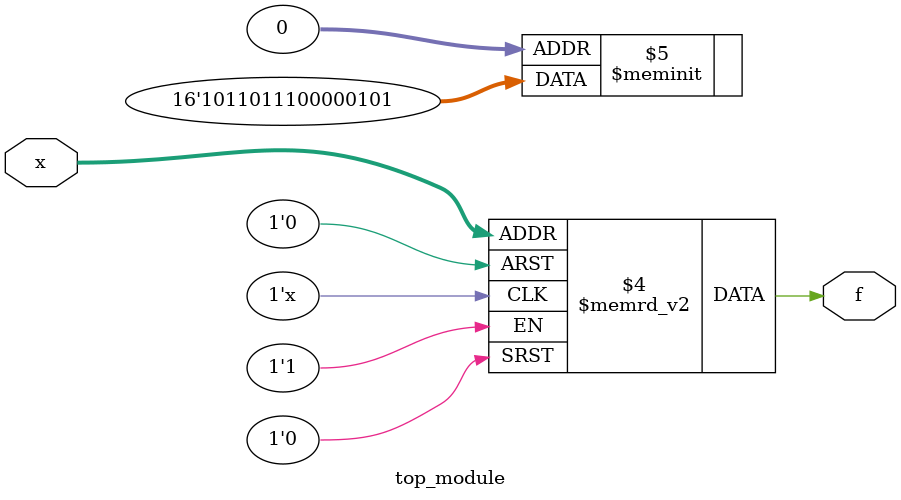
<source format=sv>
module top_module (
	input [4:1] x,
	output logic f
);

    always_comb begin
        case (x)
            4'b0000: f = 1'b1;
            4'b0001: f = 1'b0;
            4'b0011: f = 1'b0;
            4'b0010: f = 1'b1;
            4'b0100: f = 1'b0;
            4'b0101: f = 1'b0;
            4'b0111: f = 1'b0;
            4'b0110: f = 1'b0;
            4'b1100: f = 1'b1;
            4'b1101: f = 1'b1;
            4'b1111: f = 1'b1;
            4'b1110: f = 1'b0;
            4'b1000: f = 1'b1;
            4'b1001: f = 1'b1;
            4'b1011: f = 1'b0;
            4'b1010: f = 1'b1;
            default: f = 1'b0;
        endcase
    end
endmodule

</source>
